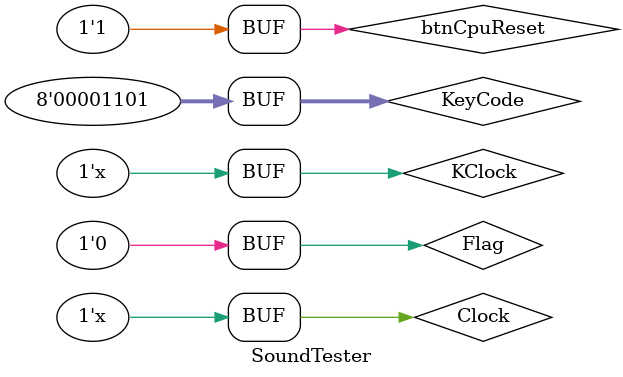
<source format=v>
`timescale 1ns / 1ps


module SoundTester;

	// Inputs
	reg Clock;
	reg KClock;
	reg btnCpuReset;
	reg [7:0] KeyCode;
	reg Flag;

	// Outputs
	wire JA;
	wire ampPWM;
	wire ampSD;

	// Instantiate the Unit Under Test (UUT)
	DecoderAndSynth uut (
		.Clock(Clock), 
		.KClock(KClock), 
		.btnCpuReset(btnCpuReset), 
		.KeyCode(KeyCode), 
		.Flag(Flag), 
		.JA(JA), 
		.ampPWM(ampPWM), 
		.ampSD(ampSD)
	);
		always begin
		#5	Clock = ~Clock;
			KClock = ~KClock;
		end
		
	initial begin
		// Initialize Inputs
		Clock = 0;
		KClock = 0;
		btnCpuReset = 0;
		KeyCode = 0;
		Flag = 0;

		// Wait 100 ns for global reset to finish
		#101;
		btnCpuReset = 1;
		
		#250 KeyCode = 8'h24;
		#250 KeyCode = 8'h0D;
        
		// Add stimulus here

	end
      
endmodule


</source>
